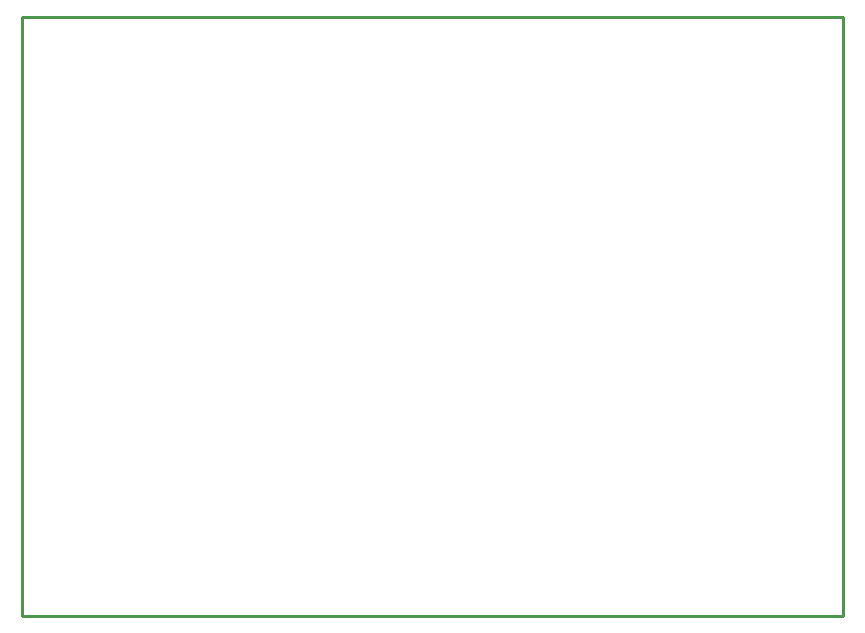
<source format=gbr>
G04 EAGLE Gerber RS-274X export*
G75*
%MOMM*%
%FSLAX34Y34*%
%LPD*%
%IN*%
%IPPOS*%
%AMOC8*
5,1,8,0,0,1.08239X$1,22.5*%
G01*
%ADD10C,0.254000*%


D10*
X0Y0D02*
X695200Y0D01*
X695200Y507900D01*
X0Y507900D01*
X0Y0D01*
M02*

</source>
